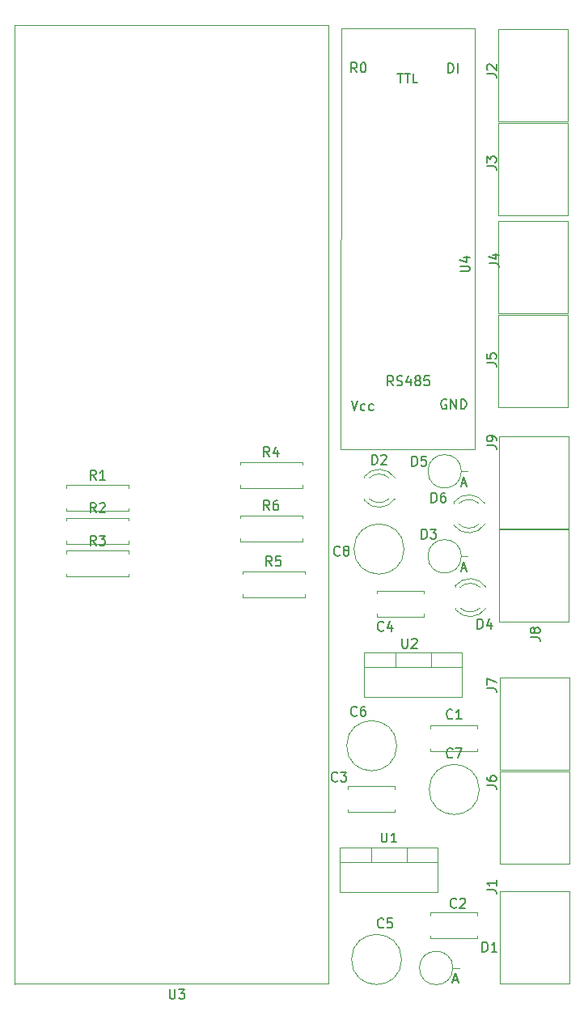
<source format=gto>
%TF.GenerationSoftware,KiCad,Pcbnew,(5.1.10)-1*%
%TF.CreationDate,2022-11-04T13:07:15-05:00*%
%TF.ProjectId,EscolleraV3,4573636f-6c6c-4657-9261-56332e6b6963,rev?*%
%TF.SameCoordinates,Original*%
%TF.FileFunction,Legend,Top*%
%TF.FilePolarity,Positive*%
%FSLAX46Y46*%
G04 Gerber Fmt 4.6, Leading zero omitted, Abs format (unit mm)*
G04 Created by KiCad (PCBNEW (5.1.10)-1) date 2022-11-04 13:07:15*
%MOMM*%
%LPD*%
G01*
G04 APERTURE LIST*
%ADD10C,0.120000*%
%ADD11C,0.150000*%
G04 APERTURE END LIST*
D10*
%TO.C,U3*%
X148263921Y-143272821D02*
X115376001Y-143275361D01*
X148263921Y-42986001D02*
X148263921Y-143272821D01*
X115376001Y-42986001D02*
X148263921Y-42986001D01*
X115376001Y-143288061D02*
X115376001Y-42986001D01*
%TO.C,J8*%
X166116000Y-95758000D02*
X166116000Y-105410000D01*
X166116000Y-105410000D02*
X173421040Y-105410000D01*
X173421040Y-105410000D02*
X173421040Y-95758000D01*
X173421040Y-95758000D02*
X166118540Y-95758000D01*
%TO.C,C1*%
X163847000Y-118657000D02*
X163847000Y-118972000D01*
X163847000Y-116232000D02*
X163847000Y-116547000D01*
X158907000Y-118657000D02*
X158907000Y-118972000D01*
X158907000Y-116232000D02*
X158907000Y-116547000D01*
X158907000Y-118972000D02*
X163847000Y-118972000D01*
X158907000Y-116232000D02*
X163847000Y-116232000D01*
%TO.C,C2*%
X163847000Y-138215000D02*
X163847000Y-138530000D01*
X163847000Y-135790000D02*
X163847000Y-136105000D01*
X158907000Y-138215000D02*
X158907000Y-138530000D01*
X158907000Y-135790000D02*
X158907000Y-136105000D01*
X158907000Y-138530000D02*
X163847000Y-138530000D01*
X158907000Y-135790000D02*
X163847000Y-135790000D01*
%TO.C,C3*%
X150271000Y-122582000D02*
X155211000Y-122582000D01*
X150271000Y-125322000D02*
X155211000Y-125322000D01*
X150271000Y-122582000D02*
X150271000Y-122897000D01*
X150271000Y-125007000D02*
X150271000Y-125322000D01*
X155211000Y-122582000D02*
X155211000Y-122897000D01*
X155211000Y-125007000D02*
X155211000Y-125322000D01*
%TO.C,C4*%
X153319000Y-102135000D02*
X158259000Y-102135000D01*
X153319000Y-104875000D02*
X158259000Y-104875000D01*
X153319000Y-102135000D02*
X153319000Y-102450000D01*
X153319000Y-104560000D02*
X153319000Y-104875000D01*
X158259000Y-102135000D02*
X158259000Y-102450000D01*
X158259000Y-104560000D02*
X158259000Y-104875000D01*
%TO.C,C5*%
X155893000Y-140716000D02*
G75*
G03*
X155893000Y-140716000I-2620000J0D01*
G01*
%TO.C,C6*%
X155385000Y-118364000D02*
G75*
G03*
X155385000Y-118364000I-2620000J0D01*
G01*
%TO.C,C7*%
X164021000Y-122936000D02*
G75*
G03*
X164021000Y-122936000I-2620000J0D01*
G01*
%TO.C,C8*%
X156147000Y-97790000D02*
G75*
G03*
X156147000Y-97790000I-2620000J0D01*
G01*
%TO.C,D2*%
X151983000Y-92520000D02*
X151983000Y-92676000D01*
X151983000Y-90204000D02*
X151983000Y-90360000D01*
X154584130Y-92519837D02*
G75*
G02*
X152502039Y-92520000I-1041130J1079837D01*
G01*
X154584130Y-90360163D02*
G75*
G03*
X152502039Y-90360000I-1041130J-1079837D01*
G01*
X155215335Y-92518608D02*
G75*
G02*
X151983000Y-92675516I-1672335J1078608D01*
G01*
X155215335Y-90361392D02*
G75*
G03*
X151983000Y-90204484I-1672335J-1078608D01*
G01*
%TO.C,D4*%
X161508000Y-101634000D02*
X161508000Y-101790000D01*
X161508000Y-103950000D02*
X161508000Y-104106000D01*
X164740335Y-101791392D02*
G75*
G03*
X161508000Y-101634484I-1672335J-1078608D01*
G01*
X164740335Y-103948608D02*
G75*
G02*
X161508000Y-104105516I-1672335J1078608D01*
G01*
X164109130Y-101790163D02*
G75*
G03*
X162027039Y-101790000I-1041130J-1079837D01*
G01*
X164109130Y-103949837D02*
G75*
G02*
X162027039Y-103950000I-1041130J1079837D01*
G01*
%TO.C,D6*%
X161381000Y-92871000D02*
X161381000Y-93027000D01*
X161381000Y-95187000D02*
X161381000Y-95343000D01*
X164613335Y-93028392D02*
G75*
G03*
X161381000Y-92871484I-1672335J-1078608D01*
G01*
X164613335Y-95185608D02*
G75*
G02*
X161381000Y-95342516I-1672335J1078608D01*
G01*
X163982130Y-93027163D02*
G75*
G03*
X161900039Y-93027000I-1041130J-1079837D01*
G01*
X163982130Y-95186837D02*
G75*
G02*
X161900039Y-95187000I-1041130J1079837D01*
G01*
%TO.C,J1*%
X166176960Y-143256000D02*
X173479460Y-143256000D01*
X166176960Y-133604000D02*
X166176960Y-143256000D01*
X173482000Y-133604000D02*
X166176960Y-133604000D01*
X173482000Y-143256000D02*
X173482000Y-133604000D01*
%TO.C,J2*%
X165989000Y-43434000D02*
X165989000Y-53086000D01*
X165989000Y-53086000D02*
X173294040Y-53086000D01*
X173294040Y-53086000D02*
X173294040Y-43434000D01*
X173294040Y-43434000D02*
X165991540Y-43434000D01*
%TO.C,J3*%
X173294040Y-53213000D02*
X165991540Y-53213000D01*
X173294040Y-62865000D02*
X173294040Y-53213000D01*
X165989000Y-62865000D02*
X173294040Y-62865000D01*
X165989000Y-53213000D02*
X165989000Y-62865000D01*
%TO.C,J4*%
X165989000Y-63500000D02*
X165989000Y-73152000D01*
X165989000Y-73152000D02*
X173294040Y-73152000D01*
X173294040Y-73152000D02*
X173294040Y-63500000D01*
X173294040Y-63500000D02*
X165991540Y-63500000D01*
%TO.C,J5*%
X173294040Y-73279000D02*
X165991540Y-73279000D01*
X173294040Y-82931000D02*
X173294040Y-73279000D01*
X165989000Y-82931000D02*
X173294040Y-82931000D01*
X165989000Y-73279000D02*
X165989000Y-82931000D01*
%TO.C,J6*%
X173482000Y-130683000D02*
X173482000Y-121031000D01*
X173482000Y-121031000D02*
X166176960Y-121031000D01*
X166176960Y-121031000D02*
X166176960Y-130683000D01*
X166176960Y-130683000D02*
X173479460Y-130683000D01*
%TO.C,J7*%
X166176960Y-120904000D02*
X173479460Y-120904000D01*
X166176960Y-111252000D02*
X166176960Y-120904000D01*
X173482000Y-111252000D02*
X166176960Y-111252000D01*
X173482000Y-120904000D02*
X173482000Y-111252000D01*
%TO.C,J9*%
X173421040Y-85979000D02*
X166118540Y-85979000D01*
X173421040Y-95631000D02*
X173421040Y-85979000D01*
X166116000Y-95631000D02*
X173421040Y-95631000D01*
X166116000Y-85979000D02*
X166116000Y-95631000D01*
%TO.C,R1*%
X120809000Y-91416000D02*
X120809000Y-91086000D01*
X120809000Y-91086000D02*
X127349000Y-91086000D01*
X127349000Y-91086000D02*
X127349000Y-91416000D01*
X120809000Y-93496000D02*
X120809000Y-93826000D01*
X120809000Y-93826000D02*
X127349000Y-93826000D01*
X127349000Y-93826000D02*
X127349000Y-93496000D01*
%TO.C,R2*%
X127349000Y-97255000D02*
X127349000Y-96925000D01*
X120809000Y-97255000D02*
X127349000Y-97255000D01*
X120809000Y-96925000D02*
X120809000Y-97255000D01*
X127349000Y-94515000D02*
X127349000Y-94845000D01*
X120809000Y-94515000D02*
X127349000Y-94515000D01*
X120809000Y-94845000D02*
X120809000Y-94515000D01*
%TO.C,R3*%
X120809000Y-98274000D02*
X120809000Y-97944000D01*
X120809000Y-97944000D02*
X127349000Y-97944000D01*
X127349000Y-97944000D02*
X127349000Y-98274000D01*
X120809000Y-100354000D02*
X120809000Y-100684000D01*
X120809000Y-100684000D02*
X127349000Y-100684000D01*
X127349000Y-100684000D02*
X127349000Y-100354000D01*
%TO.C,R4*%
X145510000Y-91413000D02*
X145510000Y-91083000D01*
X138970000Y-91413000D02*
X145510000Y-91413000D01*
X138970000Y-91083000D02*
X138970000Y-91413000D01*
X145510000Y-88673000D02*
X145510000Y-89003000D01*
X138970000Y-88673000D02*
X145510000Y-88673000D01*
X138970000Y-89003000D02*
X138970000Y-88673000D01*
%TO.C,R5*%
X145764000Y-102843000D02*
X145764000Y-102513000D01*
X139224000Y-102843000D02*
X145764000Y-102843000D01*
X139224000Y-102513000D02*
X139224000Y-102843000D01*
X145764000Y-100103000D02*
X145764000Y-100433000D01*
X139224000Y-100103000D02*
X145764000Y-100103000D01*
X139224000Y-100433000D02*
X139224000Y-100103000D01*
%TO.C,R6*%
X138970000Y-94591000D02*
X138970000Y-94261000D01*
X138970000Y-94261000D02*
X145510000Y-94261000D01*
X145510000Y-94261000D02*
X145510000Y-94591000D01*
X138970000Y-96671000D02*
X138970000Y-97001000D01*
X138970000Y-97001000D02*
X145510000Y-97001000D01*
X145510000Y-97001000D02*
X145510000Y-96671000D01*
%TO.C,U1*%
X149439000Y-129000500D02*
X159679000Y-129000500D01*
X149439000Y-133641500D02*
X159679000Y-133641500D01*
X149439000Y-129000500D02*
X149439000Y-133641500D01*
X159679000Y-129000500D02*
X159679000Y-133641500D01*
X149439000Y-130510500D02*
X159679000Y-130510500D01*
X152709000Y-129000500D02*
X152709000Y-130510500D01*
X156410000Y-129000500D02*
X156410000Y-130510500D01*
%TO.C,U2*%
X158950000Y-108617000D02*
X158950000Y-110127000D01*
X155249000Y-108617000D02*
X155249000Y-110127000D01*
X151979000Y-110127000D02*
X162219000Y-110127000D01*
X162219000Y-108617000D02*
X162219000Y-113258000D01*
X151979000Y-108617000D02*
X151979000Y-113258000D01*
X151979000Y-113258000D02*
X162219000Y-113258000D01*
X151979000Y-108617000D02*
X162219000Y-108617000D01*
%TO.C,U4*%
X149555200Y-43307000D02*
X149555200Y-43713400D01*
X163576000Y-43307000D02*
X149555200Y-43307000D01*
X149504400Y-87350600D02*
X149555200Y-43713400D01*
X163576000Y-87350600D02*
X149504400Y-87350600D01*
X163576000Y-43307000D02*
X163576000Y-87350600D01*
%TO.C,D1*%
X161262635Y-141605000D02*
G75*
G03*
X161262635Y-141605000I-1750635J0D01*
G01*
X161262635Y-141605000D02*
X161922000Y-141605000D01*
%TO.C,D3*%
X162151635Y-98552000D02*
X162811000Y-98552000D01*
X162151635Y-98552000D02*
G75*
G03*
X162151635Y-98552000I-1750635J0D01*
G01*
%TO.C,D5*%
X162151635Y-89662000D02*
G75*
G03*
X162151635Y-89662000I-1750635J0D01*
G01*
X162151635Y-89662000D02*
X162811000Y-89662000D01*
%TO.C,U3*%
D11*
X131616856Y-143842801D02*
X131616856Y-144652325D01*
X131664475Y-144747563D01*
X131712094Y-144795182D01*
X131807332Y-144842801D01*
X131997808Y-144842801D01*
X132093046Y-144795182D01*
X132140665Y-144747563D01*
X132188284Y-144652325D01*
X132188284Y-143842801D01*
X132569237Y-143842801D02*
X133188284Y-143842801D01*
X132854951Y-144223754D01*
X132997808Y-144223754D01*
X133093046Y-144271373D01*
X133140665Y-144318992D01*
X133188284Y-144414230D01*
X133188284Y-144652325D01*
X133140665Y-144747563D01*
X133093046Y-144795182D01*
X132997808Y-144842801D01*
X132712094Y-144842801D01*
X132616856Y-144795182D01*
X132569237Y-144747563D01*
%TO.C,J8*%
X169378380Y-107013333D02*
X170092666Y-107013333D01*
X170235523Y-107060952D01*
X170330761Y-107156190D01*
X170378380Y-107299047D01*
X170378380Y-107394285D01*
X169806952Y-106394285D02*
X169759333Y-106489523D01*
X169711714Y-106537142D01*
X169616476Y-106584761D01*
X169568857Y-106584761D01*
X169473619Y-106537142D01*
X169426000Y-106489523D01*
X169378380Y-106394285D01*
X169378380Y-106203809D01*
X169426000Y-106108571D01*
X169473619Y-106060952D01*
X169568857Y-106013333D01*
X169616476Y-106013333D01*
X169711714Y-106060952D01*
X169759333Y-106108571D01*
X169806952Y-106203809D01*
X169806952Y-106394285D01*
X169854571Y-106489523D01*
X169902190Y-106537142D01*
X169997428Y-106584761D01*
X170187904Y-106584761D01*
X170283142Y-106537142D01*
X170330761Y-106489523D01*
X170378380Y-106394285D01*
X170378380Y-106203809D01*
X170330761Y-106108571D01*
X170283142Y-106060952D01*
X170187904Y-106013333D01*
X169997428Y-106013333D01*
X169902190Y-106060952D01*
X169854571Y-106108571D01*
X169806952Y-106203809D01*
%TO.C,C1*%
X161210333Y-115459142D02*
X161162714Y-115506761D01*
X161019857Y-115554380D01*
X160924619Y-115554380D01*
X160781761Y-115506761D01*
X160686523Y-115411523D01*
X160638904Y-115316285D01*
X160591285Y-115125809D01*
X160591285Y-114982952D01*
X160638904Y-114792476D01*
X160686523Y-114697238D01*
X160781761Y-114602000D01*
X160924619Y-114554380D01*
X161019857Y-114554380D01*
X161162714Y-114602000D01*
X161210333Y-114649619D01*
X162162714Y-115554380D02*
X161591285Y-115554380D01*
X161877000Y-115554380D02*
X161877000Y-114554380D01*
X161781761Y-114697238D01*
X161686523Y-114792476D01*
X161591285Y-114840095D01*
%TO.C,C2*%
X161631333Y-135231142D02*
X161583714Y-135278761D01*
X161440857Y-135326380D01*
X161345619Y-135326380D01*
X161202761Y-135278761D01*
X161107523Y-135183523D01*
X161059904Y-135088285D01*
X161012285Y-134897809D01*
X161012285Y-134754952D01*
X161059904Y-134564476D01*
X161107523Y-134469238D01*
X161202761Y-134374000D01*
X161345619Y-134326380D01*
X161440857Y-134326380D01*
X161583714Y-134374000D01*
X161631333Y-134421619D01*
X162012285Y-134421619D02*
X162059904Y-134374000D01*
X162155142Y-134326380D01*
X162393238Y-134326380D01*
X162488476Y-134374000D01*
X162536095Y-134421619D01*
X162583714Y-134516857D01*
X162583714Y-134612095D01*
X162536095Y-134754952D01*
X161964666Y-135326380D01*
X162583714Y-135326380D01*
%TO.C,C3*%
X149185333Y-122023142D02*
X149137714Y-122070761D01*
X148994857Y-122118380D01*
X148899619Y-122118380D01*
X148756761Y-122070761D01*
X148661523Y-121975523D01*
X148613904Y-121880285D01*
X148566285Y-121689809D01*
X148566285Y-121546952D01*
X148613904Y-121356476D01*
X148661523Y-121261238D01*
X148756761Y-121166000D01*
X148899619Y-121118380D01*
X148994857Y-121118380D01*
X149137714Y-121166000D01*
X149185333Y-121213619D01*
X149518666Y-121118380D02*
X150137714Y-121118380D01*
X149804380Y-121499333D01*
X149947238Y-121499333D01*
X150042476Y-121546952D01*
X150090095Y-121594571D01*
X150137714Y-121689809D01*
X150137714Y-121927904D01*
X150090095Y-122023142D01*
X150042476Y-122070761D01*
X149947238Y-122118380D01*
X149661523Y-122118380D01*
X149566285Y-122070761D01*
X149518666Y-122023142D01*
%TO.C,C4*%
X154011333Y-106275142D02*
X153963714Y-106322761D01*
X153820857Y-106370380D01*
X153725619Y-106370380D01*
X153582761Y-106322761D01*
X153487523Y-106227523D01*
X153439904Y-106132285D01*
X153392285Y-105941809D01*
X153392285Y-105798952D01*
X153439904Y-105608476D01*
X153487523Y-105513238D01*
X153582761Y-105418000D01*
X153725619Y-105370380D01*
X153820857Y-105370380D01*
X153963714Y-105418000D01*
X154011333Y-105465619D01*
X154868476Y-105703714D02*
X154868476Y-106370380D01*
X154630380Y-105322761D02*
X154392285Y-106037047D01*
X155011333Y-106037047D01*
%TO.C,C5*%
X154011333Y-137323142D02*
X153963714Y-137370761D01*
X153820857Y-137418380D01*
X153725619Y-137418380D01*
X153582761Y-137370761D01*
X153487523Y-137275523D01*
X153439904Y-137180285D01*
X153392285Y-136989809D01*
X153392285Y-136846952D01*
X153439904Y-136656476D01*
X153487523Y-136561238D01*
X153582761Y-136466000D01*
X153725619Y-136418380D01*
X153820857Y-136418380D01*
X153963714Y-136466000D01*
X154011333Y-136513619D01*
X154916095Y-136418380D02*
X154439904Y-136418380D01*
X154392285Y-136894571D01*
X154439904Y-136846952D01*
X154535142Y-136799333D01*
X154773238Y-136799333D01*
X154868476Y-136846952D01*
X154916095Y-136894571D01*
X154963714Y-136989809D01*
X154963714Y-137227904D01*
X154916095Y-137323142D01*
X154868476Y-137370761D01*
X154773238Y-137418380D01*
X154535142Y-137418380D01*
X154439904Y-137370761D01*
X154392285Y-137323142D01*
%TO.C,C6*%
X151217333Y-115165142D02*
X151169714Y-115212761D01*
X151026857Y-115260380D01*
X150931619Y-115260380D01*
X150788761Y-115212761D01*
X150693523Y-115117523D01*
X150645904Y-115022285D01*
X150598285Y-114831809D01*
X150598285Y-114688952D01*
X150645904Y-114498476D01*
X150693523Y-114403238D01*
X150788761Y-114308000D01*
X150931619Y-114260380D01*
X151026857Y-114260380D01*
X151169714Y-114308000D01*
X151217333Y-114355619D01*
X152074476Y-114260380D02*
X151884000Y-114260380D01*
X151788761Y-114308000D01*
X151741142Y-114355619D01*
X151645904Y-114498476D01*
X151598285Y-114688952D01*
X151598285Y-115069904D01*
X151645904Y-115165142D01*
X151693523Y-115212761D01*
X151788761Y-115260380D01*
X151979238Y-115260380D01*
X152074476Y-115212761D01*
X152122095Y-115165142D01*
X152169714Y-115069904D01*
X152169714Y-114831809D01*
X152122095Y-114736571D01*
X152074476Y-114688952D01*
X151979238Y-114641333D01*
X151788761Y-114641333D01*
X151693523Y-114688952D01*
X151645904Y-114736571D01*
X151598285Y-114831809D01*
%TO.C,C7*%
X161234333Y-119543142D02*
X161186714Y-119590761D01*
X161043857Y-119638380D01*
X160948619Y-119638380D01*
X160805761Y-119590761D01*
X160710523Y-119495523D01*
X160662904Y-119400285D01*
X160615285Y-119209809D01*
X160615285Y-119066952D01*
X160662904Y-118876476D01*
X160710523Y-118781238D01*
X160805761Y-118686000D01*
X160948619Y-118638380D01*
X161043857Y-118638380D01*
X161186714Y-118686000D01*
X161234333Y-118733619D01*
X161567666Y-118638380D02*
X162234333Y-118638380D01*
X161805761Y-119638380D01*
%TO.C,C8*%
X149439333Y-98401142D02*
X149391714Y-98448761D01*
X149248857Y-98496380D01*
X149153619Y-98496380D01*
X149010761Y-98448761D01*
X148915523Y-98353523D01*
X148867904Y-98258285D01*
X148820285Y-98067809D01*
X148820285Y-97924952D01*
X148867904Y-97734476D01*
X148915523Y-97639238D01*
X149010761Y-97544000D01*
X149153619Y-97496380D01*
X149248857Y-97496380D01*
X149391714Y-97544000D01*
X149439333Y-97591619D01*
X150010761Y-97924952D02*
X149915523Y-97877333D01*
X149867904Y-97829714D01*
X149820285Y-97734476D01*
X149820285Y-97686857D01*
X149867904Y-97591619D01*
X149915523Y-97544000D01*
X150010761Y-97496380D01*
X150201238Y-97496380D01*
X150296476Y-97544000D01*
X150344095Y-97591619D01*
X150391714Y-97686857D01*
X150391714Y-97734476D01*
X150344095Y-97829714D01*
X150296476Y-97877333D01*
X150201238Y-97924952D01*
X150010761Y-97924952D01*
X149915523Y-97972571D01*
X149867904Y-98020190D01*
X149820285Y-98115428D01*
X149820285Y-98305904D01*
X149867904Y-98401142D01*
X149915523Y-98448761D01*
X150010761Y-98496380D01*
X150201238Y-98496380D01*
X150296476Y-98448761D01*
X150344095Y-98401142D01*
X150391714Y-98305904D01*
X150391714Y-98115428D01*
X150344095Y-98020190D01*
X150296476Y-97972571D01*
X150201238Y-97924952D01*
%TO.C,D2*%
X152804904Y-88932380D02*
X152804904Y-87932380D01*
X153043000Y-87932380D01*
X153185857Y-87980000D01*
X153281095Y-88075238D01*
X153328714Y-88170476D01*
X153376333Y-88360952D01*
X153376333Y-88503809D01*
X153328714Y-88694285D01*
X153281095Y-88789523D01*
X153185857Y-88884761D01*
X153043000Y-88932380D01*
X152804904Y-88932380D01*
X153757285Y-88027619D02*
X153804904Y-87980000D01*
X153900142Y-87932380D01*
X154138238Y-87932380D01*
X154233476Y-87980000D01*
X154281095Y-88027619D01*
X154328714Y-88122857D01*
X154328714Y-88218095D01*
X154281095Y-88360952D01*
X153709666Y-88932380D01*
X154328714Y-88932380D01*
%TO.C,D4*%
X163853904Y-106116380D02*
X163853904Y-105116380D01*
X164092000Y-105116380D01*
X164234857Y-105164000D01*
X164330095Y-105259238D01*
X164377714Y-105354476D01*
X164425333Y-105544952D01*
X164425333Y-105687809D01*
X164377714Y-105878285D01*
X164330095Y-105973523D01*
X164234857Y-106068761D01*
X164092000Y-106116380D01*
X163853904Y-106116380D01*
X165282476Y-105449714D02*
X165282476Y-106116380D01*
X165044380Y-105068761D02*
X164806285Y-105783047D01*
X165425333Y-105783047D01*
%TO.C,D6*%
X159027904Y-92908380D02*
X159027904Y-91908380D01*
X159266000Y-91908380D01*
X159408857Y-91956000D01*
X159504095Y-92051238D01*
X159551714Y-92146476D01*
X159599333Y-92336952D01*
X159599333Y-92479809D01*
X159551714Y-92670285D01*
X159504095Y-92765523D01*
X159408857Y-92860761D01*
X159266000Y-92908380D01*
X159027904Y-92908380D01*
X160456476Y-91908380D02*
X160266000Y-91908380D01*
X160170761Y-91956000D01*
X160123142Y-92003619D01*
X160027904Y-92146476D01*
X159980285Y-92336952D01*
X159980285Y-92717904D01*
X160027904Y-92813142D01*
X160075523Y-92860761D01*
X160170761Y-92908380D01*
X160361238Y-92908380D01*
X160456476Y-92860761D01*
X160504095Y-92813142D01*
X160551714Y-92717904D01*
X160551714Y-92479809D01*
X160504095Y-92384571D01*
X160456476Y-92336952D01*
X160361238Y-92289333D01*
X160170761Y-92289333D01*
X160075523Y-92336952D01*
X160027904Y-92384571D01*
X159980285Y-92479809D01*
%TO.C,J1*%
X164806380Y-133429333D02*
X165520666Y-133429333D01*
X165663523Y-133476952D01*
X165758761Y-133572190D01*
X165806380Y-133715047D01*
X165806380Y-133810285D01*
X165806380Y-132429333D02*
X165806380Y-133000761D01*
X165806380Y-132715047D02*
X164806380Y-132715047D01*
X164949238Y-132810285D01*
X165044476Y-132905523D01*
X165092095Y-133000761D01*
%TO.C,J2*%
X164806380Y-48085333D02*
X165520666Y-48085333D01*
X165663523Y-48132952D01*
X165758761Y-48228190D01*
X165806380Y-48371047D01*
X165806380Y-48466285D01*
X164901619Y-47656761D02*
X164854000Y-47609142D01*
X164806380Y-47513904D01*
X164806380Y-47275809D01*
X164854000Y-47180571D01*
X164901619Y-47132952D01*
X164996857Y-47085333D01*
X165092095Y-47085333D01*
X165234952Y-47132952D01*
X165806380Y-47704380D01*
X165806380Y-47085333D01*
%TO.C,J3*%
X164806380Y-57737333D02*
X165520666Y-57737333D01*
X165663523Y-57784952D01*
X165758761Y-57880190D01*
X165806380Y-58023047D01*
X165806380Y-58118285D01*
X164806380Y-57356380D02*
X164806380Y-56737333D01*
X165187333Y-57070666D01*
X165187333Y-56927809D01*
X165234952Y-56832571D01*
X165282571Y-56784952D01*
X165377809Y-56737333D01*
X165615904Y-56737333D01*
X165711142Y-56784952D01*
X165758761Y-56832571D01*
X165806380Y-56927809D01*
X165806380Y-57213523D01*
X165758761Y-57308761D01*
X165711142Y-57356380D01*
%TO.C,J4*%
X165060380Y-67897333D02*
X165774666Y-67897333D01*
X165917523Y-67944952D01*
X166012761Y-68040190D01*
X166060380Y-68183047D01*
X166060380Y-68278285D01*
X165393714Y-66992571D02*
X166060380Y-66992571D01*
X165012761Y-67230666D02*
X165727047Y-67468761D01*
X165727047Y-66849714D01*
%TO.C,J5*%
X164806380Y-78311333D02*
X165520666Y-78311333D01*
X165663523Y-78358952D01*
X165758761Y-78454190D01*
X165806380Y-78597047D01*
X165806380Y-78692285D01*
X164806380Y-77358952D02*
X164806380Y-77835142D01*
X165282571Y-77882761D01*
X165234952Y-77835142D01*
X165187333Y-77739904D01*
X165187333Y-77501809D01*
X165234952Y-77406571D01*
X165282571Y-77358952D01*
X165377809Y-77311333D01*
X165615904Y-77311333D01*
X165711142Y-77358952D01*
X165758761Y-77406571D01*
X165806380Y-77501809D01*
X165806380Y-77739904D01*
X165758761Y-77835142D01*
X165711142Y-77882761D01*
%TO.C,J6*%
X164806380Y-122507333D02*
X165520666Y-122507333D01*
X165663523Y-122554952D01*
X165758761Y-122650190D01*
X165806380Y-122793047D01*
X165806380Y-122888285D01*
X164806380Y-121602571D02*
X164806380Y-121793047D01*
X164854000Y-121888285D01*
X164901619Y-121935904D01*
X165044476Y-122031142D01*
X165234952Y-122078761D01*
X165615904Y-122078761D01*
X165711142Y-122031142D01*
X165758761Y-121983523D01*
X165806380Y-121888285D01*
X165806380Y-121697809D01*
X165758761Y-121602571D01*
X165711142Y-121554952D01*
X165615904Y-121507333D01*
X165377809Y-121507333D01*
X165282571Y-121554952D01*
X165234952Y-121602571D01*
X165187333Y-121697809D01*
X165187333Y-121888285D01*
X165234952Y-121983523D01*
X165282571Y-122031142D01*
X165377809Y-122078761D01*
%TO.C,J7*%
X164806380Y-112347333D02*
X165520666Y-112347333D01*
X165663523Y-112394952D01*
X165758761Y-112490190D01*
X165806380Y-112633047D01*
X165806380Y-112728285D01*
X164806380Y-111966380D02*
X164806380Y-111299714D01*
X165806380Y-111728285D01*
%TO.C,J9*%
X164806380Y-86947333D02*
X165520666Y-86947333D01*
X165663523Y-86994952D01*
X165758761Y-87090190D01*
X165806380Y-87233047D01*
X165806380Y-87328285D01*
X165806380Y-86423523D02*
X165806380Y-86233047D01*
X165758761Y-86137809D01*
X165711142Y-86090190D01*
X165568285Y-85994952D01*
X165377809Y-85947333D01*
X164996857Y-85947333D01*
X164901619Y-85994952D01*
X164854000Y-86042571D01*
X164806380Y-86137809D01*
X164806380Y-86328285D01*
X164854000Y-86423523D01*
X164901619Y-86471142D01*
X164996857Y-86518761D01*
X165234952Y-86518761D01*
X165330190Y-86471142D01*
X165377809Y-86423523D01*
X165425428Y-86328285D01*
X165425428Y-86137809D01*
X165377809Y-86042571D01*
X165330190Y-85994952D01*
X165234952Y-85947333D01*
%TO.C,R1*%
X123912333Y-90538380D02*
X123579000Y-90062190D01*
X123340904Y-90538380D02*
X123340904Y-89538380D01*
X123721857Y-89538380D01*
X123817095Y-89586000D01*
X123864714Y-89633619D01*
X123912333Y-89728857D01*
X123912333Y-89871714D01*
X123864714Y-89966952D01*
X123817095Y-90014571D01*
X123721857Y-90062190D01*
X123340904Y-90062190D01*
X124864714Y-90538380D02*
X124293285Y-90538380D01*
X124579000Y-90538380D02*
X124579000Y-89538380D01*
X124483761Y-89681238D01*
X124388523Y-89776476D01*
X124293285Y-89824095D01*
%TO.C,R2*%
X123912333Y-93967380D02*
X123579000Y-93491190D01*
X123340904Y-93967380D02*
X123340904Y-92967380D01*
X123721857Y-92967380D01*
X123817095Y-93015000D01*
X123864714Y-93062619D01*
X123912333Y-93157857D01*
X123912333Y-93300714D01*
X123864714Y-93395952D01*
X123817095Y-93443571D01*
X123721857Y-93491190D01*
X123340904Y-93491190D01*
X124293285Y-93062619D02*
X124340904Y-93015000D01*
X124436142Y-92967380D01*
X124674238Y-92967380D01*
X124769476Y-93015000D01*
X124817095Y-93062619D01*
X124864714Y-93157857D01*
X124864714Y-93253095D01*
X124817095Y-93395952D01*
X124245666Y-93967380D01*
X124864714Y-93967380D01*
%TO.C,R3*%
X123912333Y-97396380D02*
X123579000Y-96920190D01*
X123340904Y-97396380D02*
X123340904Y-96396380D01*
X123721857Y-96396380D01*
X123817095Y-96444000D01*
X123864714Y-96491619D01*
X123912333Y-96586857D01*
X123912333Y-96729714D01*
X123864714Y-96824952D01*
X123817095Y-96872571D01*
X123721857Y-96920190D01*
X123340904Y-96920190D01*
X124245666Y-96396380D02*
X124864714Y-96396380D01*
X124531380Y-96777333D01*
X124674238Y-96777333D01*
X124769476Y-96824952D01*
X124817095Y-96872571D01*
X124864714Y-96967809D01*
X124864714Y-97205904D01*
X124817095Y-97301142D01*
X124769476Y-97348761D01*
X124674238Y-97396380D01*
X124388523Y-97396380D01*
X124293285Y-97348761D01*
X124245666Y-97301142D01*
%TO.C,R4*%
X142073333Y-88125380D02*
X141740000Y-87649190D01*
X141501904Y-88125380D02*
X141501904Y-87125380D01*
X141882857Y-87125380D01*
X141978095Y-87173000D01*
X142025714Y-87220619D01*
X142073333Y-87315857D01*
X142073333Y-87458714D01*
X142025714Y-87553952D01*
X141978095Y-87601571D01*
X141882857Y-87649190D01*
X141501904Y-87649190D01*
X142930476Y-87458714D02*
X142930476Y-88125380D01*
X142692380Y-87077761D02*
X142454285Y-87792047D01*
X143073333Y-87792047D01*
%TO.C,R5*%
X142327333Y-99555380D02*
X141994000Y-99079190D01*
X141755904Y-99555380D02*
X141755904Y-98555380D01*
X142136857Y-98555380D01*
X142232095Y-98603000D01*
X142279714Y-98650619D01*
X142327333Y-98745857D01*
X142327333Y-98888714D01*
X142279714Y-98983952D01*
X142232095Y-99031571D01*
X142136857Y-99079190D01*
X141755904Y-99079190D01*
X143232095Y-98555380D02*
X142755904Y-98555380D01*
X142708285Y-99031571D01*
X142755904Y-98983952D01*
X142851142Y-98936333D01*
X143089238Y-98936333D01*
X143184476Y-98983952D01*
X143232095Y-99031571D01*
X143279714Y-99126809D01*
X143279714Y-99364904D01*
X143232095Y-99460142D01*
X143184476Y-99507761D01*
X143089238Y-99555380D01*
X142851142Y-99555380D01*
X142755904Y-99507761D01*
X142708285Y-99460142D01*
%TO.C,R6*%
X142073333Y-93713380D02*
X141740000Y-93237190D01*
X141501904Y-93713380D02*
X141501904Y-92713380D01*
X141882857Y-92713380D01*
X141978095Y-92761000D01*
X142025714Y-92808619D01*
X142073333Y-92903857D01*
X142073333Y-93046714D01*
X142025714Y-93141952D01*
X141978095Y-93189571D01*
X141882857Y-93237190D01*
X141501904Y-93237190D01*
X142930476Y-92713380D02*
X142740000Y-92713380D01*
X142644761Y-92761000D01*
X142597142Y-92808619D01*
X142501904Y-92951476D01*
X142454285Y-93141952D01*
X142454285Y-93522904D01*
X142501904Y-93618142D01*
X142549523Y-93665761D01*
X142644761Y-93713380D01*
X142835238Y-93713380D01*
X142930476Y-93665761D01*
X142978095Y-93618142D01*
X143025714Y-93522904D01*
X143025714Y-93284809D01*
X142978095Y-93189571D01*
X142930476Y-93141952D01*
X142835238Y-93094333D01*
X142644761Y-93094333D01*
X142549523Y-93141952D01*
X142501904Y-93189571D01*
X142454285Y-93284809D01*
%TO.C,U1*%
X153797095Y-127452880D02*
X153797095Y-128262404D01*
X153844714Y-128357642D01*
X153892333Y-128405261D01*
X153987571Y-128452880D01*
X154178047Y-128452880D01*
X154273285Y-128405261D01*
X154320904Y-128357642D01*
X154368523Y-128262404D01*
X154368523Y-127452880D01*
X155368523Y-128452880D02*
X154797095Y-128452880D01*
X155082809Y-128452880D02*
X155082809Y-127452880D01*
X154987571Y-127595738D01*
X154892333Y-127690976D01*
X154797095Y-127738595D01*
%TO.C,U2*%
X155956095Y-107148380D02*
X155956095Y-107957904D01*
X156003714Y-108053142D01*
X156051333Y-108100761D01*
X156146571Y-108148380D01*
X156337047Y-108148380D01*
X156432285Y-108100761D01*
X156479904Y-108053142D01*
X156527523Y-107957904D01*
X156527523Y-107148380D01*
X156956095Y-107243619D02*
X157003714Y-107196000D01*
X157098952Y-107148380D01*
X157337047Y-107148380D01*
X157432285Y-107196000D01*
X157479904Y-107243619D01*
X157527523Y-107338857D01*
X157527523Y-107434095D01*
X157479904Y-107576952D01*
X156908476Y-108148380D01*
X157527523Y-108148380D01*
%TO.C,U4*%
X162012380Y-68757704D02*
X162821904Y-68757704D01*
X162917142Y-68710085D01*
X162964761Y-68662466D01*
X163012380Y-68567228D01*
X163012380Y-68376752D01*
X162964761Y-68281514D01*
X162917142Y-68233895D01*
X162821904Y-68186276D01*
X162012380Y-68186276D01*
X162345714Y-67281514D02*
X163012380Y-67281514D01*
X161964761Y-67519609D02*
X162679047Y-67757704D01*
X162679047Y-67138657D01*
X155443371Y-48042580D02*
X156014800Y-48042580D01*
X155729085Y-49042580D02*
X155729085Y-48042580D01*
X156205276Y-48042580D02*
X156776704Y-48042580D01*
X156490990Y-49042580D02*
X156490990Y-48042580D01*
X157586228Y-49042580D02*
X157110038Y-49042580D01*
X157110038Y-48042580D01*
X151217333Y-47924980D02*
X150884000Y-47448790D01*
X150645904Y-47924980D02*
X150645904Y-46924980D01*
X151026857Y-46924980D01*
X151122095Y-46972600D01*
X151169714Y-47020219D01*
X151217333Y-47115457D01*
X151217333Y-47258314D01*
X151169714Y-47353552D01*
X151122095Y-47401171D01*
X151026857Y-47448790D01*
X150645904Y-47448790D01*
X151836380Y-46924980D02*
X151931619Y-46924980D01*
X152026857Y-46972600D01*
X152074476Y-47020219D01*
X152122095Y-47115457D01*
X152169714Y-47305933D01*
X152169714Y-47544028D01*
X152122095Y-47734504D01*
X152074476Y-47829742D01*
X152026857Y-47877361D01*
X151931619Y-47924980D01*
X151836380Y-47924980D01*
X151741142Y-47877361D01*
X151693523Y-47829742D01*
X151645904Y-47734504D01*
X151598285Y-47544028D01*
X151598285Y-47305933D01*
X151645904Y-47115457D01*
X151693523Y-47020219D01*
X151741142Y-46972600D01*
X151836380Y-46924980D01*
X160790000Y-47975780D02*
X160790000Y-46975780D01*
X161028095Y-46975780D01*
X161170952Y-47023400D01*
X161266190Y-47118638D01*
X161313809Y-47213876D01*
X161361428Y-47404352D01*
X161361428Y-47547209D01*
X161313809Y-47737685D01*
X161266190Y-47832923D01*
X161170952Y-47928161D01*
X161028095Y-47975780D01*
X160790000Y-47975780D01*
X161790000Y-47975780D02*
X161790000Y-46975780D01*
X160578895Y-82177000D02*
X160483657Y-82129380D01*
X160340800Y-82129380D01*
X160197942Y-82177000D01*
X160102704Y-82272238D01*
X160055085Y-82367476D01*
X160007466Y-82557952D01*
X160007466Y-82700809D01*
X160055085Y-82891285D01*
X160102704Y-82986523D01*
X160197942Y-83081761D01*
X160340800Y-83129380D01*
X160436038Y-83129380D01*
X160578895Y-83081761D01*
X160626514Y-83034142D01*
X160626514Y-82700809D01*
X160436038Y-82700809D01*
X161055085Y-83129380D02*
X161055085Y-82129380D01*
X161626514Y-83129380D01*
X161626514Y-82129380D01*
X162102704Y-83129380D02*
X162102704Y-82129380D01*
X162340800Y-82129380D01*
X162483657Y-82177000D01*
X162578895Y-82272238D01*
X162626514Y-82367476D01*
X162674133Y-82557952D01*
X162674133Y-82700809D01*
X162626514Y-82891285D01*
X162578895Y-82986523D01*
X162483657Y-83081761D01*
X162340800Y-83129380D01*
X162102704Y-83129380D01*
X150650723Y-82281780D02*
X150984057Y-83281780D01*
X151317390Y-82281780D01*
X152079295Y-83234161D02*
X151984057Y-83281780D01*
X151793580Y-83281780D01*
X151698342Y-83234161D01*
X151650723Y-83186542D01*
X151603104Y-83091304D01*
X151603104Y-82805590D01*
X151650723Y-82710352D01*
X151698342Y-82662733D01*
X151793580Y-82615114D01*
X151984057Y-82615114D01*
X152079295Y-82662733D01*
X152936438Y-83234161D02*
X152841200Y-83281780D01*
X152650723Y-83281780D01*
X152555485Y-83234161D01*
X152507866Y-83186542D01*
X152460247Y-83091304D01*
X152460247Y-82805590D01*
X152507866Y-82710352D01*
X152555485Y-82662733D01*
X152650723Y-82615114D01*
X152841200Y-82615114D01*
X152936438Y-82662733D01*
X155021161Y-80690980D02*
X154687828Y-80214790D01*
X154449733Y-80690980D02*
X154449733Y-79690980D01*
X154830685Y-79690980D01*
X154925923Y-79738600D01*
X154973542Y-79786219D01*
X155021161Y-79881457D01*
X155021161Y-80024314D01*
X154973542Y-80119552D01*
X154925923Y-80167171D01*
X154830685Y-80214790D01*
X154449733Y-80214790D01*
X155402114Y-80643361D02*
X155544971Y-80690980D01*
X155783066Y-80690980D01*
X155878304Y-80643361D01*
X155925923Y-80595742D01*
X155973542Y-80500504D01*
X155973542Y-80405266D01*
X155925923Y-80310028D01*
X155878304Y-80262409D01*
X155783066Y-80214790D01*
X155592590Y-80167171D01*
X155497352Y-80119552D01*
X155449733Y-80071933D01*
X155402114Y-79976695D01*
X155402114Y-79881457D01*
X155449733Y-79786219D01*
X155497352Y-79738600D01*
X155592590Y-79690980D01*
X155830685Y-79690980D01*
X155973542Y-79738600D01*
X156830685Y-80024314D02*
X156830685Y-80690980D01*
X156592590Y-79643361D02*
X156354495Y-80357647D01*
X156973542Y-80357647D01*
X157497352Y-80119552D02*
X157402114Y-80071933D01*
X157354495Y-80024314D01*
X157306876Y-79929076D01*
X157306876Y-79881457D01*
X157354495Y-79786219D01*
X157402114Y-79738600D01*
X157497352Y-79690980D01*
X157687828Y-79690980D01*
X157783066Y-79738600D01*
X157830685Y-79786219D01*
X157878304Y-79881457D01*
X157878304Y-79929076D01*
X157830685Y-80024314D01*
X157783066Y-80071933D01*
X157687828Y-80119552D01*
X157497352Y-80119552D01*
X157402114Y-80167171D01*
X157354495Y-80214790D01*
X157306876Y-80310028D01*
X157306876Y-80500504D01*
X157354495Y-80595742D01*
X157402114Y-80643361D01*
X157497352Y-80690980D01*
X157687828Y-80690980D01*
X157783066Y-80643361D01*
X157830685Y-80595742D01*
X157878304Y-80500504D01*
X157878304Y-80310028D01*
X157830685Y-80214790D01*
X157783066Y-80167171D01*
X157687828Y-80119552D01*
X158783066Y-79690980D02*
X158306876Y-79690980D01*
X158259257Y-80167171D01*
X158306876Y-80119552D01*
X158402114Y-80071933D01*
X158640209Y-80071933D01*
X158735447Y-80119552D01*
X158783066Y-80167171D01*
X158830685Y-80262409D01*
X158830685Y-80500504D01*
X158783066Y-80595742D01*
X158735447Y-80643361D01*
X158640209Y-80690980D01*
X158402114Y-80690980D01*
X158306876Y-80643361D01*
X158259257Y-80595742D01*
%TO.C,D1*%
X164361904Y-139898380D02*
X164361904Y-138898380D01*
X164600000Y-138898380D01*
X164742857Y-138946000D01*
X164838095Y-139041238D01*
X164885714Y-139136476D01*
X164933333Y-139326952D01*
X164933333Y-139469809D01*
X164885714Y-139660285D01*
X164838095Y-139755523D01*
X164742857Y-139850761D01*
X164600000Y-139898380D01*
X164361904Y-139898380D01*
X165885714Y-139898380D02*
X165314285Y-139898380D01*
X165600000Y-139898380D02*
X165600000Y-138898380D01*
X165504761Y-139041238D01*
X165409523Y-139136476D01*
X165314285Y-139184095D01*
X161283904Y-142871666D02*
X161760095Y-142871666D01*
X161188666Y-143157380D02*
X161522000Y-142157380D01*
X161855333Y-143157380D01*
%TO.C,D3*%
X158011904Y-96718380D02*
X158011904Y-95718380D01*
X158250000Y-95718380D01*
X158392857Y-95766000D01*
X158488095Y-95861238D01*
X158535714Y-95956476D01*
X158583333Y-96146952D01*
X158583333Y-96289809D01*
X158535714Y-96480285D01*
X158488095Y-96575523D01*
X158392857Y-96670761D01*
X158250000Y-96718380D01*
X158011904Y-96718380D01*
X158916666Y-95718380D02*
X159535714Y-95718380D01*
X159202380Y-96099333D01*
X159345238Y-96099333D01*
X159440476Y-96146952D01*
X159488095Y-96194571D01*
X159535714Y-96289809D01*
X159535714Y-96527904D01*
X159488095Y-96623142D01*
X159440476Y-96670761D01*
X159345238Y-96718380D01*
X159059523Y-96718380D01*
X158964285Y-96670761D01*
X158916666Y-96623142D01*
X162172904Y-99818666D02*
X162649095Y-99818666D01*
X162077666Y-100104380D02*
X162411000Y-99104380D01*
X162744333Y-100104380D01*
%TO.C,D5*%
X156995904Y-89098380D02*
X156995904Y-88098380D01*
X157234000Y-88098380D01*
X157376857Y-88146000D01*
X157472095Y-88241238D01*
X157519714Y-88336476D01*
X157567333Y-88526952D01*
X157567333Y-88669809D01*
X157519714Y-88860285D01*
X157472095Y-88955523D01*
X157376857Y-89050761D01*
X157234000Y-89098380D01*
X156995904Y-89098380D01*
X158472095Y-88098380D02*
X157995904Y-88098380D01*
X157948285Y-88574571D01*
X157995904Y-88526952D01*
X158091142Y-88479333D01*
X158329238Y-88479333D01*
X158424476Y-88526952D01*
X158472095Y-88574571D01*
X158519714Y-88669809D01*
X158519714Y-88907904D01*
X158472095Y-89003142D01*
X158424476Y-89050761D01*
X158329238Y-89098380D01*
X158091142Y-89098380D01*
X157995904Y-89050761D01*
X157948285Y-89003142D01*
X162172904Y-90928666D02*
X162649095Y-90928666D01*
X162077666Y-91214380D02*
X162411000Y-90214380D01*
X162744333Y-91214380D01*
%TD*%
M02*

</source>
